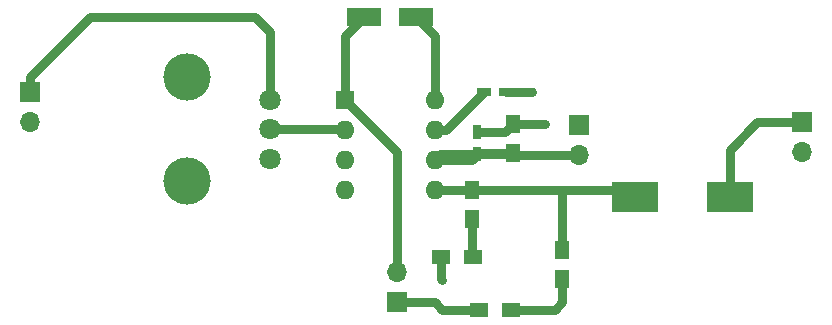
<source format=gbr>
G04 #@! TF.FileFunction,Copper,L1,Top,Signal*
%FSLAX46Y46*%
G04 Gerber Fmt 4.6, Leading zero omitted, Abs format (unit mm)*
G04 Created by KiCad (PCBNEW 4.0.5) date Thursday, March 09, 2017 'PMt' 04:41:46 PM*
%MOMM*%
%LPD*%
G01*
G04 APERTURE LIST*
%ADD10C,0.100000*%
%ADD11R,3.000000X1.600000*%
%ADD12R,1.200000X0.750000*%
%ADD13R,1.250000X1.500000*%
%ADD14R,4.000000X2.500000*%
%ADD15R,1.700000X1.700000*%
%ADD16O,1.700000X1.700000*%
%ADD17R,1.500000X1.300000*%
%ADD18C,1.800000*%
%ADD19C,4.000000*%
%ADD20R,1.600000X1.600000*%
%ADD21O,1.600000X1.600000*%
%ADD22R,0.750000X1.200000*%
%ADD23C,0.600000*%
%ADD24C,0.762000*%
%ADD25C,0.762000*%
G04 APERTURE END LIST*
D10*
D11*
X159725000Y-110490000D03*
X164125000Y-110490000D03*
D12*
X171765000Y-116840000D03*
X169865000Y-116840000D03*
D13*
X176530000Y-130195000D03*
X176530000Y-132695000D03*
X168910000Y-125115000D03*
X168910000Y-127615000D03*
D14*
X182690000Y-125730000D03*
X190690000Y-125730000D03*
D15*
X131445000Y-116840000D03*
D16*
X131445000Y-119380000D03*
D15*
X177927000Y-119634000D03*
D16*
X177927000Y-122174000D03*
D15*
X162560000Y-134620000D03*
D16*
X162560000Y-132080000D03*
D15*
X196850000Y-119380000D03*
D16*
X196850000Y-121920000D03*
D17*
X172165000Y-135255000D03*
X169465000Y-135255000D03*
X168990000Y-130810000D03*
X166290000Y-130810000D03*
D18*
X151765000Y-122475000D03*
X151765000Y-119975000D03*
X151765000Y-117475000D03*
D19*
X144765000Y-124375000D03*
X144765000Y-115575000D03*
D20*
X158115000Y-117475000D03*
D21*
X165735000Y-125095000D03*
X158115000Y-120015000D03*
X165735000Y-122555000D03*
X158115000Y-122555000D03*
X165735000Y-120015000D03*
X158115000Y-125095000D03*
X165735000Y-117475000D03*
D13*
X172339000Y-119527000D03*
X172339000Y-122027000D03*
D22*
X169291000Y-120208000D03*
X169291000Y-122108000D03*
D23*
X175056800Y-119583200D03*
D24*
X173990000Y-116840000D03*
X166370000Y-132715000D03*
D25*
X162560000Y-132080000D02*
X162560000Y-121920000D01*
X162560000Y-121920000D02*
X158115000Y-117475000D01*
X158115000Y-117475000D02*
X158115000Y-112100000D01*
X158115000Y-112100000D02*
X159725000Y-110490000D01*
X165735000Y-117475000D02*
X165735000Y-112100000D01*
X165735000Y-112100000D02*
X164125000Y-110490000D01*
X169291000Y-120208000D02*
X171658000Y-120208000D01*
X171658000Y-120208000D02*
X172339000Y-119527000D01*
X172339000Y-119527000D02*
X175000600Y-119527000D01*
X175000600Y-119527000D02*
X175056800Y-119583200D01*
X171765000Y-116840000D02*
X173990000Y-116840000D01*
X166290000Y-130810000D02*
X166290000Y-132635000D01*
X166290000Y-132635000D02*
X166370000Y-132715000D01*
X165735000Y-120015000D02*
X166690000Y-120015000D01*
X166690000Y-120015000D02*
X169865000Y-116840000D01*
X176530000Y-130195000D02*
X176530000Y-125115000D01*
X175895000Y-125095000D02*
X175895000Y-125115000D01*
X176510000Y-125095000D02*
X175895000Y-125095000D01*
X176530000Y-125115000D02*
X176510000Y-125095000D01*
X168910000Y-125115000D02*
X175895000Y-125115000D01*
X175895000Y-125115000D02*
X182075000Y-125115000D01*
X182075000Y-125115000D02*
X182690000Y-125730000D01*
X165735000Y-125095000D02*
X168890000Y-125095000D01*
X168890000Y-125095000D02*
X168910000Y-125115000D01*
X176530000Y-132695000D02*
X176530000Y-134620000D01*
X175895000Y-135255000D02*
X172165000Y-135255000D01*
X176530000Y-134620000D02*
X175895000Y-135255000D01*
X168910000Y-127615000D02*
X168910000Y-130730000D01*
X168910000Y-130730000D02*
X168990000Y-130810000D01*
X190690000Y-125730000D02*
X190690000Y-121730000D01*
X193040000Y-119380000D02*
X196850000Y-119380000D01*
X190690000Y-121730000D02*
X193040000Y-119380000D01*
X131445000Y-116840000D02*
X131445000Y-115570000D01*
X151765000Y-111760000D02*
X151765000Y-117475000D01*
X150495000Y-110490000D02*
X151765000Y-111760000D01*
X136525000Y-110490000D02*
X150495000Y-110490000D01*
X131445000Y-115570000D02*
X136525000Y-110490000D01*
X162560000Y-134620000D02*
X165735000Y-134620000D01*
X166370000Y-135255000D02*
X169465000Y-135255000D01*
X165735000Y-134620000D02*
X166370000Y-135255000D01*
X151765000Y-119975000D02*
X158075000Y-119975000D01*
X158075000Y-119975000D02*
X158115000Y-120015000D01*
X177927000Y-122174000D02*
X172486000Y-122174000D01*
X172486000Y-122174000D02*
X172339000Y-122027000D01*
X172339000Y-122027000D02*
X169372000Y-122027000D01*
X169372000Y-122027000D02*
X168844000Y-122555000D01*
X168844000Y-122555000D02*
X165735000Y-122555000D01*
X172486000Y-122174000D02*
X172420000Y-122108000D01*
X172420000Y-122108000D02*
X166182000Y-122108000D01*
X166182000Y-122108000D02*
X165735000Y-122555000D01*
M02*

</source>
